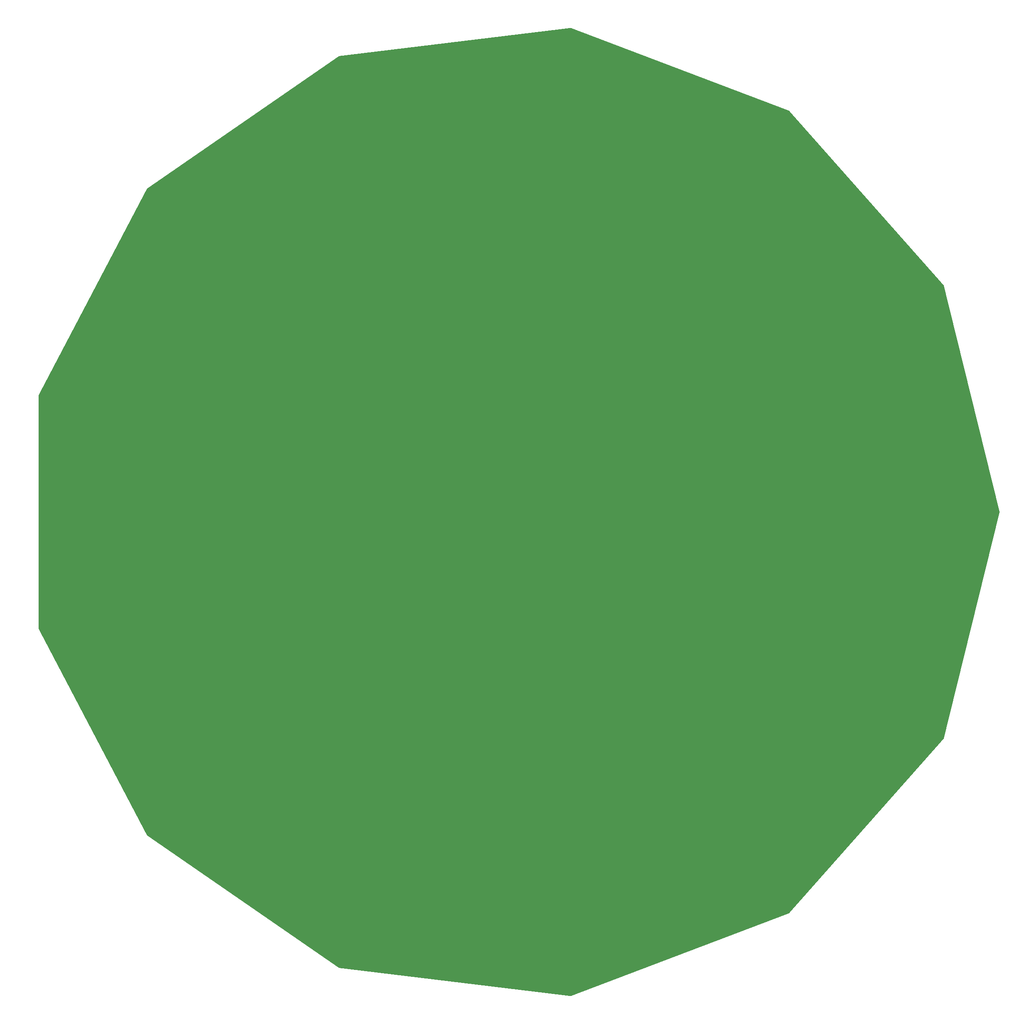
<source format=gbr>
%MOIN*%
%FSLAX23Y23*%
%OFA0.0000B0.0000*%
G90*
G04 Rotation is not allowed if the center is not the origin.*

%AMPOLY*
5,1,13,0,0,8,0*
%

%ADD10C,0.0650*%
%ADD18POLY*%

G54D18*
X1000Y1000D03*

X0Y0D02*
G54D10*
X0Y0D01*
X3000D01*
Y2000D01*
X0D01*
Y0D01*
M02*

</source>
